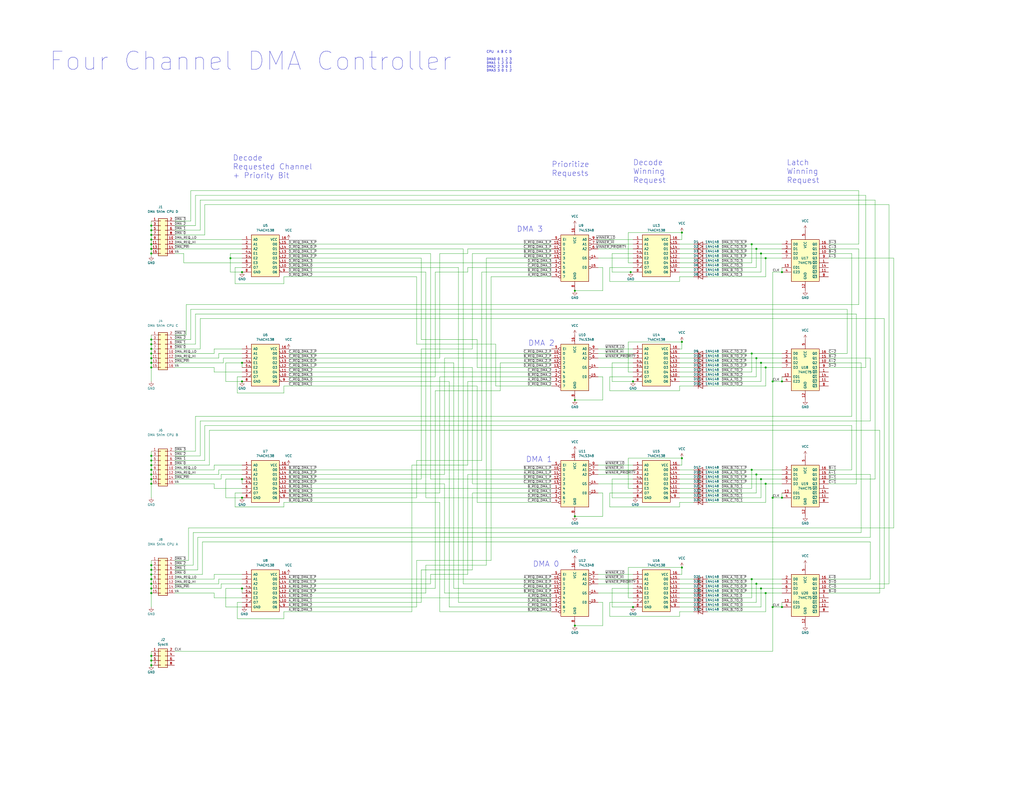
<source format=kicad_sch>
(kicad_sch (version 20230121) (generator eeschema)
  (paper "C")
  (junction (at 82.55 256.54))
  (junction (at 132.08 261.62))
  (junction (at 82.55 195.58))
  (junction (at 313.69 218.44))
  (junction (at 82.55 311.15))
  (junction (at 421.64 208.28))
  (junction (at 410.21 133.35))
  (junction (at 82.55 128.27))
  (junction (at 415.29 321.31))
  (junction (at 412.75 195.58))
  (junction (at 426.72 148.59))
  (junction (at 82.55 193.04))
  (junction (at 82.55 130.81))
  (junction (at 82.55 318.77))
  (junction (at 132.08 208.28))
  (junction (at 132.08 271.78))
  (junction (at 372.11 127))
  (junction (at 345.44 331.47))
  (junction (at 82.55 133.35))
  (junction (at 132.08 198.12))
  (junction (at 415.29 198.12))
  (junction (at 82.55 358.14))
  (junction (at 412.75 135.89))
  (junction (at 82.55 200.66))
  (junction (at 410.21 316.23))
  (junction (at 415.29 138.43))
  (junction (at 125.73 140.97))
  (junction (at 132.08 321.31))
  (junction (at 82.55 308.61))
  (junction (at 421.64 271.78))
  (junction (at 82.55 125.73))
  (junction (at 82.55 123.19))
  (junction (at 82.55 254))
  (junction (at 82.55 185.42))
  (junction (at 372.11 309.88))
  (junction (at 82.55 138.43))
  (junction (at 313.69 281.94))
  (junction (at 82.55 363.22))
  (junction (at 417.83 200.66))
  (junction (at 82.55 190.5))
  (junction (at 82.55 248.92))
  (junction (at 82.55 321.31))
  (junction (at 426.72 331.47))
  (junction (at 82.55 264.16))
  (junction (at 82.55 316.23))
  (junction (at 417.83 264.16))
  (junction (at 132.08 148.59))
  (junction (at 82.55 187.96))
  (junction (at 345.44 208.28))
  (junction (at 417.83 140.97))
  (junction (at 82.55 135.89))
  (junction (at 415.29 261.62))
  (junction (at 82.55 261.62))
  (junction (at 417.83 323.85))
  (junction (at 313.69 158.75))
  (junction (at 421.64 331.47))
  (junction (at 82.55 323.85))
  (junction (at 410.21 193.04))
  (junction (at 82.55 198.12))
  (junction (at 313.69 341.63))
  (junction (at 372.11 250.19))
  (junction (at 426.72 271.78))
  (junction (at 82.55 251.46))
  (junction (at 410.21 256.54))
  (junction (at 372.11 186.69))
  (junction (at 82.55 360.68))
  (junction (at 412.75 318.77))
  (junction (at 82.55 259.08))
  (junction (at 412.75 259.08))
  (junction (at 82.55 313.69))
  (junction (at 344.17 148.59))
  (junction (at 426.72 208.28))
  (wire (pts (xy 267.97 151.13) (xy 300.99 151.13)))
  (wire (pts (xy 95.25 308.61) (xy 105.41 308.61)))
  (wire (pts (xy 452.12 195.58) (xy 474.98 195.58)))
  (wire (pts (xy 106.68 246.38) (xy 106.68 227.33)))
  (wire (pts (xy 370.84 138.43) (xy 378.46 138.43)))
  (wire (pts (xy 255.27 259.08) (xy 255.27 313.69)))
  (wire (pts (xy 326.39 135.89) (xy 345.44 135.89)))
  (wire (pts (xy 119.38 256.54) (xy 119.38 259.08)))
  (wire (pts (xy 334.01 271.78) (xy 345.44 271.78)))
  (wire (pts (xy 421.64 208.28) (xy 421.64 148.59)))
  (wire (pts (xy 469.9 290.83) (xy 469.9 198.12)))
  (wire (pts (xy 410.21 326.39) (xy 410.21 316.23)))
  (wire (pts (xy 132.08 316.23) (xy 119.38 316.23)))
  (wire (pts (xy 240.03 195.58) (xy 240.03 138.43)))
  (wire (pts (xy 326.39 133.35) (xy 345.44 133.35)))
  (wire (pts (xy 234.95 313.69) (xy 234.95 318.77)))
  (wire (pts (xy 100.33 138.43) (xy 100.33 143.51)))
  (wire (pts (xy 345.44 328.93) (xy 332.74 328.93)))
  (wire (pts (xy 370.84 151.13) (xy 370.84 153.67)))
  (wire (pts (xy 452.12 135.89) (xy 468.63 135.89)))
  (wire (pts (xy 82.55 308.61) (xy 82.55 311.15)))
  (wire (pts (xy 116.84 256.54) (xy 116.84 254)))
  (wire (pts (xy 257.81 264.16) (xy 300.99 264.16)))
  (wire (pts (xy 82.55 261.62) (xy 82.55 264.16)))
  (wire (pts (xy 240.03 205.74) (xy 300.99 205.74)))
  (wire (pts (xy 82.55 246.38) (xy 82.55 248.92)))
  (wire (pts (xy 82.55 128.27) (xy 82.55 130.81)))
  (wire (pts (xy 328.93 205.74) (xy 328.93 218.44)))
  (wire (pts (xy 342.9 266.7) (xy 342.9 250.19)))
  (wire (pts (xy 123.19 261.62) (xy 123.19 271.78)))
  (wire (pts (xy 334.01 208.28) (xy 345.44 208.28)))
  (wire (pts (xy 386.08 151.13) (xy 417.83 151.13)))
  (wire (pts (xy 386.08 323.85) (xy 417.83 323.85)))
  (wire (pts (xy 328.93 269.24) (xy 328.93 281.94)))
  (wire (pts (xy 372.11 254) (xy 370.84 254)))
  (wire (pts (xy 102.87 306.07) (xy 102.87 288.29)))
  (wire (pts (xy 332.74 328.93) (xy 332.74 336.55)))
  (wire (pts (xy 417.83 140.97) (xy 426.72 140.97)))
  (wire (pts (xy 157.48 133.35) (xy 300.99 133.35)))
  (wire (pts (xy 370.84 326.39) (xy 378.46 326.39)))
  (wire (pts (xy 328.93 158.75) (xy 313.69 158.75)))
  (wire (pts (xy 468.63 133.35) (xy 468.63 104.14)))
  (wire (pts (xy 464.82 138.43) (xy 452.12 138.43)))
  (wire (pts (xy 82.55 125.73) (xy 82.55 128.27)))
  (wire (pts (xy 452.12 316.23) (xy 474.98 316.23)))
  (wire (pts (xy 107.95 311.15) (xy 95.25 311.15)))
  (wire (pts (xy 157.48 323.85) (xy 232.41 323.85)))
  (wire (pts (xy 370.84 316.23) (xy 378.46 316.23)))
  (wire (pts (xy 332.74 276.86) (xy 370.84 276.86)))
  (wire (pts (xy 386.08 334.01) (xy 417.83 334.01)))
  (wire (pts (xy 157.48 271.78) (xy 227.33 271.78)))
  (wire (pts (xy 119.38 316.23) (xy 119.38 318.77)))
  (wire (pts (xy 128.27 269.24) (xy 132.08 269.24)))
  (wire (pts (xy 227.33 306.07) (xy 267.97 306.07)))
  (wire (pts (xy 119.38 318.77) (xy 95.25 318.77)))
  (wire (pts (xy 157.48 148.59) (xy 232.41 148.59)))
  (wire (pts (xy 242.57 323.85) (xy 300.99 323.85)))
  (wire (pts (xy 328.93 341.63) (xy 313.69 341.63)))
  (wire (pts (xy 345.44 146.05) (xy 332.74 146.05)))
  (wire (pts (xy 345.44 198.12) (xy 334.01 198.12)))
  (wire (pts (xy 82.55 123.19) (xy 82.55 125.73)))
  (wire (pts (xy 82.55 318.77) (xy 82.55 321.31)))
  (wire (pts (xy 257.81 311.15) (xy 257.81 269.24)))
  (wire (pts (xy 157.48 208.28) (xy 245.11 208.28)))
  (wire (pts (xy 116.84 200.66) (xy 95.25 200.66)))
  (wire (pts (xy 120.65 318.77) (xy 132.08 318.77)))
  (wire (pts (xy 132.08 198.12) (xy 132.08 200.66)))
  (wire (pts (xy 129.54 337.82) (xy 154.94 337.82)))
  (wire (pts (xy 417.83 210.82) (xy 417.83 200.66)))
  (wire (pts (xy 372.11 127) (xy 372.11 130.81)))
  (wire (pts (xy 326.39 254) (xy 345.44 254)))
  (wire (pts (xy 386.08 326.39) (xy 410.21 326.39)))
  (wire (pts (xy 370.84 205.74) (xy 378.46 205.74)))
  (wire (pts (xy 157.48 261.62) (xy 229.87 261.62)))
  (wire (pts (xy 485.14 111.76) (xy 111.76 111.76)))
  (wire (pts (xy 95.25 182.88) (xy 101.6 182.88)))
  (wire (pts (xy 104.14 104.14) (xy 468.63 104.14)))
  (wire (pts (xy 410.21 143.51) (xy 410.21 133.35)))
  (wire (pts (xy 232.41 308.61) (xy 265.43 308.61)))
  (wire (pts (xy 129.54 328.93) (xy 129.54 337.82)))
  (wire (pts (xy 421.64 148.59) (xy 426.72 148.59)))
  (wire (pts (xy 386.08 140.97) (xy 417.83 140.97)))
  (wire (pts (xy 250.19 146.05) (xy 250.19 328.93)))
  (wire (pts (xy 95.25 133.35) (xy 132.08 133.35)))
  (wire (pts (xy 109.22 109.22) (xy 109.22 125.73)))
  (wire (pts (xy 415.29 148.59) (xy 415.29 138.43)))
  (wire (pts (xy 106.68 227.33) (xy 464.82 227.33)))
  (wire (pts (xy 332.74 336.55) (xy 370.84 336.55)))
  (wire (pts (xy 452.12 133.35) (xy 468.63 133.35)))
  (wire (pts (xy 242.57 264.16) (xy 242.57 323.85)))
  (wire (pts (xy 119.38 193.04) (xy 119.38 195.58)))
  (wire (pts (xy 415.29 198.12) (xy 426.72 198.12)))
  (wire (pts (xy 372.11 313.69) (xy 370.84 313.69)))
  (wire (pts (xy 386.08 203.2) (xy 410.21 203.2)))
  (wire (pts (xy 334.01 321.31) (xy 334.01 331.47)))
  (wire (pts (xy 102.87 288.29) (xy 487.68 288.29)))
  (wire (pts (xy 477.52 109.22) (xy 477.52 261.62)))
  (wire (pts (xy 240.03 138.43) (xy 255.27 138.43)))
  (wire (pts (xy 342.9 143.51) (xy 342.9 127)))
  (wire (pts (xy 154.94 214.63) (xy 154.94 210.82)))
  (wire (pts (xy 95.25 125.73) (xy 109.22 125.73)))
  (wire (pts (xy 370.84 266.7) (xy 378.46 266.7)))
  (wire (pts (xy 247.65 198.12) (xy 247.65 321.31)))
  (wire (pts (xy 82.55 200.66) (xy 82.55 208.28)))
  (wire (pts (xy 95.25 128.27) (xy 111.76 128.27)))
  (wire (pts (xy 480.06 234.95) (xy 114.3 234.95)))
  (wire (pts (xy 82.55 195.58) (xy 82.55 198.12)))
  (wire (pts (xy 82.55 363.22) (xy 82.55 364.49)))
  (wire (pts (xy 386.08 256.54) (xy 410.21 256.54)))
  (wire (pts (xy 370.84 334.01) (xy 370.84 336.55)))
  (wire (pts (xy 332.74 205.74) (xy 332.74 213.36)))
  (wire (pts (xy 344.17 148.59) (xy 345.44 148.59)))
  (wire (pts (xy 485.14 318.77) (xy 485.14 111.76)))
  (wire (pts (xy 412.75 205.74) (xy 412.75 195.58)))
  (wire (pts (xy 482.6 173.99) (xy 109.22 173.99)))
  (wire (pts (xy 300.99 148.59) (xy 262.89 148.59)))
  (wire (pts (xy 116.84 313.69) (xy 132.08 313.69)))
  (wire (pts (xy 116.84 323.85) (xy 116.84 326.39)))
  (wire (pts (xy 421.64 271.78) (xy 426.72 271.78)))
  (wire (pts (xy 95.25 316.23) (xy 116.84 316.23)))
  (wire (pts (xy 128.27 146.05) (xy 132.08 146.05)))
  (wire (pts (xy 372.11 190.5) (xy 370.84 190.5)))
  (wire (pts (xy 386.08 195.58) (xy 412.75 195.58)))
  (wire (pts (xy 462.28 168.91) (xy 462.28 193.04)))
  (wire (pts (xy 132.08 321.31) (xy 123.19 321.31)))
  (wire (pts (xy 370.84 259.08) (xy 378.46 259.08)))
  (wire (pts (xy 326.39 264.16) (xy 345.44 264.16)))
  (wire (pts (xy 370.84 143.51) (xy 378.46 143.51)))
  (wire (pts (xy 345.44 205.74) (xy 332.74 205.74)))
  (wire (pts (xy 417.83 151.13) (xy 417.83 140.97)))
  (wire (pts (xy 452.12 261.62) (xy 477.52 261.62)))
  (wire (pts (xy 120.65 261.62) (xy 95.25 261.62)))
  (wire (pts (xy 410.21 203.2) (xy 410.21 193.04)))
  (wire (pts (xy 342.9 326.39) (xy 342.9 309.88)))
  (wire (pts (xy 342.9 309.88) (xy 372.11 309.88)))
  (wire (pts (xy 120.65 259.08) (xy 120.65 261.62)))
  (wire (pts (xy 386.08 148.59) (xy 415.29 148.59)))
  (wire (pts (xy 370.84 208.28) (xy 378.46 208.28)))
  (wire (pts (xy 412.75 318.77) (xy 426.72 318.77)))
  (wire (pts (xy 328.93 328.93) (xy 328.93 341.63)))
  (wire (pts (xy 370.84 321.31) (xy 378.46 321.31)))
  (wire (pts (xy 342.9 203.2) (xy 342.9 186.69)))
  (wire (pts (xy 129.54 328.93) (xy 132.08 328.93)))
  (wire (pts (xy 464.82 232.41) (xy 464.82 256.54)))
  (wire (pts (xy 229.87 185.42) (xy 260.35 185.42)))
  (wire (pts (xy 372.11 309.88) (xy 372.11 313.69)))
  (wire (pts (xy 132.08 193.04) (xy 119.38 193.04)))
  (wire (pts (xy 300.99 208.28) (xy 255.27 208.28)))
  (wire (pts (xy 386.08 271.78) (xy 415.29 271.78)))
  (wire (pts (xy 123.19 198.12) (xy 123.19 208.28)))
  (wire (pts (xy 245.11 208.28) (xy 245.11 331.47)))
  (wire (pts (xy 82.55 264.16) (xy 82.55 271.78)))
  (wire (pts (xy 421.64 331.47) (xy 426.72 331.47)))
  (wire (pts (xy 119.38 195.58) (xy 95.25 195.58)))
  (wire (pts (xy 452.12 264.16) (xy 467.36 264.16)))
  (wire (pts (xy 386.08 266.7) (xy 410.21 266.7)))
  (wire (pts (xy 417.83 334.01) (xy 417.83 323.85)))
  (wire (pts (xy 224.79 254) (xy 224.79 334.01)))
  (wire (pts (xy 410.21 133.35) (xy 426.72 133.35)))
  (wire (pts (xy 426.72 271.78) (xy 426.72 269.24)))
  (wire (pts (xy 370.84 210.82) (xy 370.84 213.36)))
  (wire (pts (xy 326.39 256.54) (xy 345.44 256.54)))
  (wire (pts (xy 372.11 186.69) (xy 372.11 190.5)))
  (wire (pts (xy 345.44 203.2) (xy 342.9 203.2)))
  (wire (pts (xy 128.27 269.24) (xy 128.27 276.86)))
  (wire (pts (xy 154.94 276.86) (xy 154.94 274.32)))
  (wire (pts (xy 480.06 323.85) (xy 480.06 234.95)))
  (wire (pts (xy 386.08 269.24) (xy 412.75 269.24)))
  (wire (pts (xy 95.25 130.81) (xy 132.08 130.81)))
  (wire (pts (xy 326.39 146.05) (xy 328.93 146.05)))
  (wire (pts (xy 82.55 323.85) (xy 82.55 331.47)))
  (wire (pts (xy 412.75 328.93) (xy 412.75 318.77)))
  (wire (pts (xy 260.35 200.66) (xy 300.99 200.66)))
  (wire (pts (xy 328.93 146.05) (xy 328.93 158.75)))
  (wire (pts (xy 326.39 200.66) (xy 345.44 200.66)))
  (wire (pts (xy 120.65 321.31) (xy 95.25 321.31)))
  (wire (pts (xy 326.39 316.23) (xy 345.44 316.23)))
  (wire (pts (xy 116.84 254) (xy 132.08 254)))
  (wire (pts (xy 111.76 232.41) (xy 111.76 251.46)))
  (wire (pts (xy 386.08 210.82) (xy 417.83 210.82)))
  (wire (pts (xy 270.51 187.96) (xy 270.51 210.82)))
  (wire (pts (xy 412.75 135.89) (xy 426.72 135.89)))
  (wire (pts (xy 487.68 140.97) (xy 452.12 140.97)))
  (wire (pts (xy 245.11 331.47) (xy 300.99 331.47)))
  (wire (pts (xy 415.29 138.43) (xy 426.72 138.43)))
  (wire (pts (xy 370.84 274.32) (xy 378.46 274.32)))
  (wire (pts (xy 370.84 331.47) (xy 378.46 331.47)))
  (wire (pts (xy 123.19 271.78) (xy 132.08 271.78)))
  (wire (pts (xy 157.48 198.12) (xy 247.65 198.12)))
  (wire (pts (xy 154.94 151.13) (xy 227.33 151.13)))
  (wire (pts (xy 412.75 195.58) (xy 426.72 195.58)))
  (wire (pts (xy 345.44 143.51) (xy 342.9 143.51)))
  (wire (pts (xy 95.25 246.38) (xy 106.68 246.38)))
  (wire (pts (xy 123.19 321.31) (xy 123.19 331.47)))
  (wire (pts (xy 270.51 210.82) (xy 300.99 210.82)))
  (wire (pts (xy 128.27 146.05) (xy 128.27 154.94)))
  (wire (pts (xy 116.84 323.85) (xy 95.25 323.85)))
  (wire (pts (xy 334.01 138.43) (xy 334.01 148.59)))
  (wire (pts (xy 157.48 321.31) (xy 237.49 321.31)))
  (wire (pts (xy 410.21 193.04) (xy 426.72 193.04)))
  (wire (pts (xy 255.27 148.59) (xy 255.27 146.05)))
  (wire (pts (xy 234.95 138.43) (xy 234.95 261.62)))
  (wire (pts (xy 474.98 293.37) (xy 107.95 293.37)))
  (wire (pts (xy 95.25 187.96) (xy 106.68 187.96)))
  (wire (pts (xy 345.44 326.39) (xy 342.9 326.39)))
  (wire (pts (xy 229.87 261.62) (xy 229.87 190.5)))
  (wire (pts (xy 234.95 261.62) (xy 300.99 261.62)))
  (wire (pts (xy 227.33 187.96) (xy 270.51 187.96)))
  (wire (pts (xy 342.9 250.19) (xy 372.11 250.19)))
  (wire (pts (xy 265.43 308.61) (xy 265.43 140.97)))
  (wire (pts (xy 386.08 331.47) (xy 415.29 331.47)))
  (wire (pts (xy 326.39 318.77) (xy 345.44 318.77)))
  (wire (pts (xy 370.84 133.35) (xy 378.46 133.35)))
  (wire (pts (xy 255.27 135.89) (xy 300.99 135.89)))
  (wire (pts (xy 326.39 190.5) (xy 345.44 190.5)))
  (wire (pts (xy 82.55 133.35) (xy 82.55 135.89)))
  (wire (pts (xy 386.08 200.66) (xy 417.83 200.66)))
  (wire (pts (xy 95.25 355.6) (xy 421.64 355.6)))
  (wire (pts (xy 410.21 266.7) (xy 410.21 256.54)))
  (wire (pts (xy 370.84 140.97) (xy 378.46 140.97)))
  (wire (pts (xy 154.94 274.32) (xy 240.03 274.32)))
  (wire (pts (xy 370.84 146.05) (xy 378.46 146.05)))
  (wire (pts (xy 421.64 331.47) (xy 421.64 355.6)))
  (wire (pts (xy 82.55 193.04) (xy 82.55 195.58)))
  (wire (pts (xy 116.84 264.16) (xy 116.84 266.7)))
  (wire (pts (xy 82.55 187.96) (xy 82.55 190.5)))
  (wire (pts (xy 415.29 321.31) (xy 426.72 321.31)))
  (wire (pts (xy 240.03 269.24) (xy 240.03 205.74)))
  (wire (pts (xy 474.98 195.58) (xy 474.98 229.87)))
  (wire (pts (xy 326.39 259.08) (xy 345.44 259.08)))
  (wire (pts (xy 386.08 143.51) (xy 410.21 143.51)))
  (wire (pts (xy 260.35 274.32) (xy 260.35 210.82)))
  (wire (pts (xy 154.94 154.94) (xy 154.94 151.13)))
  (wire (pts (xy 452.12 256.54) (xy 464.82 256.54)))
  (wire (pts (xy 342.9 127) (xy 372.11 127)))
  (wire (pts (xy 417.83 200.66) (xy 426.72 200.66)))
  (wire (pts (xy 109.22 229.87) (xy 109.22 248.92)))
  (wire (pts (xy 82.55 190.5) (xy 82.55 193.04)))
  (wire (pts (xy 116.84 316.23) (xy 116.84 313.69)))
  (wire (pts (xy 417.83 323.85) (xy 426.72 323.85)))
  (wire (pts (xy 250.19 328.93) (xy 300.99 328.93)))
  (wire (pts (xy 109.22 109.22) (xy 477.52 109.22)))
  (wire (pts (xy 157.48 193.04) (xy 300.99 193.04)))
  (wire (pts (xy 326.39 328.93) (xy 328.93 328.93)))
  (wire (pts (xy 109.22 248.92) (xy 95.25 248.92)))
  (wire (pts (xy 116.84 203.2) (xy 132.08 203.2)))
  (wire (pts (xy 95.25 120.65) (xy 104.14 120.65)))
  (wire (pts (xy 232.41 148.59) (xy 232.41 271.78)))
  (wire (pts (xy 154.94 337.82) (xy 154.94 334.01)))
  (wire (pts (xy 132.08 261.62) (xy 132.08 264.16)))
  (wire (pts (xy 386.08 135.89) (xy 412.75 135.89)))
  (wire (pts (xy 229.87 190.5) (xy 257.81 190.5)))
  (wire (pts (xy 114.3 254) (xy 95.25 254)))
  (wire (pts (xy 157.48 200.66) (xy 257.81 200.66)))
  (wire (pts (xy 273.05 213.36) (xy 273.05 198.12)))
  (wire (pts (xy 121.92 198.12) (xy 95.25 198.12)))
  (wire (pts (xy 229.87 311.15) (xy 257.81 311.15)))
  (wire (pts (xy 334.01 148.59) (xy 344.17 148.59)))
  (wire (pts (xy 386.08 198.12) (xy 415.29 198.12)))
  (wire (pts (xy 157.48 205.74) (xy 237.49 205.74)))
  (wire (pts (xy 326.39 140.97) (xy 345.44 140.97)))
  (wire (pts (xy 332.74 269.24) (xy 332.74 276.86)))
  (wire (pts (xy 370.84 334.01) (xy 378.46 334.01)))
  (wire (pts (xy 474.98 295.91) (xy 474.98 316.23)))
  (wire (pts (xy 242.57 259.08) (xy 242.57 195.58)))
  (wire (pts (xy 82.55 259.08) (xy 82.55 261.62)))
  (wire (pts (xy 426.72 331.47) (xy 426.72 328.93)))
  (wire (pts (xy 232.41 308.61) (xy 232.41 323.85)))
  (wire (pts (xy 111.76 251.46) (xy 95.25 251.46)))
  (wire (pts (xy 82.55 182.88) (xy 82.55 185.42)))
  (wire (pts (xy 82.55 256.54) (xy 82.55 259.08)))
  (wire (pts (xy 370.84 203.2) (xy 378.46 203.2)))
  (wire (pts (xy 157.48 256.54) (xy 300.99 256.54)))
  (wire (pts (xy 255.27 146.05) (xy 300.99 146.05)))
  (wire (pts (xy 462.28 193.04) (xy 452.12 193.04)))
  (wire (pts (xy 267.97 151.13) (xy 267.97 306.07)))
  (wire (pts (xy 242.57 195.58) (xy 300.99 195.58)))
  (wire (pts (xy 157.48 316.23) (xy 300.99 316.23)))
  (wire (pts (xy 82.55 311.15) (xy 82.55 313.69)))
  (wire (pts (xy 129.54 214.63) (xy 154.94 214.63)))
  (wire (pts (xy 328.93 281.94) (xy 313.69 281.94)))
  (wire (pts (xy 132.08 256.54) (xy 119.38 256.54)))
  (wire (pts (xy 386.08 146.05) (xy 412.75 146.05)))
  (wire (pts (xy 326.39 130.81) (xy 345.44 130.81)))
  (wire (pts (xy 252.73 135.89) (xy 252.73 318.77)))
  (wire (pts (xy 121.92 195.58) (xy 132.08 195.58)))
  (wire (pts (xy 111.76 232.41) (xy 464.82 232.41)))
  (wire (pts (xy 114.3 234.95) (xy 114.3 254)))
  (wire (pts (xy 157.48 146.05) (xy 250.19 146.05)))
  (wire (pts (xy 116.84 264.16) (xy 95.25 264.16)))
  (wire (pts (xy 132.08 321.31) (xy 132.08 323.85)))
  (wire (pts (xy 157.48 135.89) (xy 252.73 135.89)))
  (wire (pts (xy 345.44 261.62) (xy 334.01 261.62)))
  (wire (pts (xy 101.6 182.88) (xy 101.6 166.37)))
  (wire (pts (xy 370.84 328.93) (xy 378.46 328.93)))
  (wire (pts (xy 95.25 193.04) (xy 116.84 193.04)))
  (wire (pts (xy 95.25 256.54) (xy 116.84 256.54)))
  (wire (pts (xy 452.12 259.08) (xy 474.98 259.08)))
  (wire (pts (xy 257.81 138.43) (xy 300.99 138.43)))
  (wire (pts (xy 386.08 264.16) (xy 417.83 264.16)))
  (wire (pts (xy 386.08 138.43) (xy 415.29 138.43)))
  (wire (pts (xy 157.48 143.51) (xy 300.99 143.51)))
  (wire (pts (xy 412.75 259.08) (xy 426.72 259.08)))
  (wire (pts (xy 467.36 264.16) (xy 467.36 171.45)))
  (wire (pts (xy 372.11 250.19) (xy 372.11 254)))
  (wire (pts (xy 386.08 274.32) (xy 417.83 274.32)))
  (wire (pts (xy 227.33 331.47) (xy 157.48 331.47)))
  (wire (pts (xy 104.14 168.91) (xy 104.14 185.42)))
  (wire (pts (xy 237.49 148.59) (xy 255.27 148.59)))
  (wire (pts (xy 412.75 146.05) (xy 412.75 135.89)))
  (wire (pts (xy 326.39 193.04) (xy 345.44 193.04)))
  (wire (pts (xy 257.81 138.43) (xy 257.81 190.5)))
  (wire (pts (xy 157.48 266.7) (xy 300.99 266.7)))
  (wire (pts (xy 105.41 290.83) (xy 469.9 290.83)))
  (wire (pts (xy 116.84 326.39) (xy 132.08 326.39)))
  (wire (pts (xy 415.29 261.62) (xy 426.72 261.62)))
  (wire (pts (xy 262.89 148.59) (xy 262.89 251.46)))
  (wire (pts (xy 257.81 269.24) (xy 300.99 269.24)))
  (wire (pts (xy 415.29 271.78) (xy 415.29 261.62)))
  (wire (pts (xy 255.27 313.69) (xy 234.95 313.69)))
  (wire (pts (xy 345.44 269.24) (xy 332.74 269.24)))
  (wire (pts (xy 370.84 198.12) (xy 378.46 198.12)))
  (wire (pts (xy 229.87 140.97) (xy 229.87 185.42)))
  (wire (pts (xy 157.48 195.58) (xy 240.03 195.58)))
  (wire (pts (xy 125.73 140.97) (xy 125.73 148.59)))
  (wire (pts (xy 386.08 321.31) (xy 415.29 321.31)))
  (wire (pts (xy 370.84 151.13) (xy 378.46 151.13)))
  (wire (pts (xy 326.39 269.24) (xy 328.93 269.24)))
  (wire (pts (xy 334.01 261.62) (xy 334.01 271.78)))
  (wire (pts (xy 82.55 198.12) (xy 82.55 200.66)))
  (wire (pts (xy 119.38 259.08) (xy 95.25 259.08)))
  (wire (pts (xy 82.55 355.6) (xy 82.55 358.14)))
  (wire (pts (xy 386.08 328.93) (xy 412.75 328.93)))
  (wire (pts (xy 464.82 227.33) (xy 464.82 138.43)))
  (wire (pts (xy 82.55 251.46) (xy 82.55 254)))
  (wire (pts (xy 237.49 321.31) (xy 237.49 213.36)))
  (wire (pts (xy 237.49 213.36) (xy 273.05 213.36)))
  (wire (pts (xy 410.21 256.54) (xy 426.72 256.54)))
  (wire (pts (xy 326.39 205.74) (xy 328.93 205.74)))
  (wire (pts (xy 101.6 166.37) (xy 468.63 166.37)))
  (wire (pts (xy 234.95 318.77) (xy 157.48 318.77)))
  (wire (pts (xy 452.12 321.31) (xy 482.6 321.31)))
  (wire (pts (xy 452.12 200.66) (xy 472.44 200.66)))
  (wire (pts (xy 345.44 138.43) (xy 334.01 138.43)))
  (wire (pts (xy 300.99 274.32) (xy 260.35 274.32)))
  (wire (pts (xy 129.54 205.74) (xy 132.08 205.74)))
  (wire (pts (xy 370.84 274.32) (xy 370.84 276.86)))
  (wire (pts (xy 410.21 316.23) (xy 426.72 316.23)))
  (wire (pts (xy 386.08 259.08) (xy 412.75 259.08)))
  (wire (pts (xy 370.84 193.04) (xy 378.46 193.04)))
  (wire (pts (xy 482.6 321.31) (xy 482.6 173.99)))
  (wire (pts (xy 125.73 138.43) (xy 125.73 140.97)))
  (wire (pts (xy 116.84 266.7) (xy 132.08 266.7)))
  (wire (pts (xy 227.33 331.47) (xy 227.33 306.07)))
  (wire (pts (xy 326.39 313.69) (xy 345.44 313.69)))
  (wire (pts (xy 110.49 313.69) (xy 95.25 313.69)))
  (wire (pts (xy 154.94 210.82) (xy 260.35 210.82)))
  (wire (pts (xy 370.84 148.59) (xy 378.46 148.59)))
  (wire (pts (xy 82.55 254) (xy 82.55 256.54)))
  (wire (pts (xy 110.49 295.91) (xy 110.49 313.69)))
  (wire (pts (xy 370.84 318.77) (xy 378.46 318.77)))
  (wire (pts (xy 370.84 200.66) (xy 378.46 200.66)))
  (wire (pts (xy 106.68 171.45) (xy 467.36 171.45)))
  (wire (pts (xy 123.19 331.47) (xy 132.08 331.47)))
  (wire (pts (xy 107.95 293.37) (xy 107.95 311.15)))
  (wire (pts (xy 468.63 135.89) (xy 468.63 166.37)))
  (wire (pts (xy 332.74 153.67) (xy 370.84 153.67)))
  (wire (pts (xy 95.25 135.89) (xy 132.08 135.89)))
  (wire (pts (xy 370.84 261.62) (xy 378.46 261.62)))
  (wire (pts (xy 255.27 208.28) (xy 255.27 254)))
  (wire (pts (xy 370.84 323.85) (xy 378.46 323.85)))
  (wire (pts (xy 417.83 274.32) (xy 417.83 264.16)))
  (wire (pts (xy 326.39 323.85) (xy 345.44 323.85)))
  (wire (pts (xy 82.55 360.68) (xy 82.55 363.22)))
  (wire (pts (xy 110.49 295.91) (xy 474.98 295.91)))
  (wire (pts (xy 105.41 308.61) (xy 105.41 290.83)))
  (wire (pts (xy 421.64 208.28) (xy 421.64 271.78)))
  (wire (pts (xy 129.54 205.74) (xy 129.54 214.63)))
  (wire (pts (xy 342.9 186.69) (xy 372.11 186.69)))
  (wire (pts (xy 370.84 269.24) (xy 378.46 269.24)))
  (wire (pts (xy 106.68 106.68) (xy 472.44 106.68)))
  (wire (pts (xy 120.65 318.77) (xy 120.65 321.31)))
  (wire (pts (xy 132.08 261.62) (xy 123.19 261.62)))
  (wire (pts (xy 474.98 229.87) (xy 109.22 229.87)))
  (wire (pts (xy 326.39 195.58) (xy 345.44 195.58)))
  (wire (pts (xy 157.48 328.93) (xy 229.87 328.93)))
  (wire (pts (xy 452.12 323.85) (xy 480.06 323.85)))
  (wire (pts (xy 421.64 271.78) (xy 421.64 331.47)))
  (wire (pts (xy 116.84 190.5) (xy 132.08 190.5)))
  (wire (pts (xy 82.55 321.31) (xy 82.55 323.85)))
  (wire (pts (xy 370.84 271.78) (xy 378.46 271.78)))
  (wire (pts (xy 332.74 146.05) (xy 332.74 153.67)))
  (wire (pts (xy 132.08 138.43) (xy 125.73 138.43)))
  (wire (pts (xy 157.48 259.08) (xy 242.57 259.08)))
  (wire (pts (xy 240.03 274.32) (xy 240.03 334.01)))
  (wire (pts (xy 157.48 140.97) (xy 229.87 140.97)))
  (wire (pts (xy 123.19 208.28) (xy 132.08 208.28)))
  (wire (pts (xy 157.48 203.2) (xy 300.99 203.2)))
  (wire (pts (xy 227.33 187.96) (xy 227.33 151.13)))
  (wire (pts (xy 104.14 168.91) (xy 462.28 168.91)))
  (wire (pts (xy 452.12 198.12) (xy 469.9 198.12)))
  (wire (pts (xy 252.73 318.77) (xy 300.99 318.77)))
  (wire (pts (xy 386.08 208.28) (xy 415.29 208.28)))
  (wire (pts (xy 116.84 193.04) (xy 116.84 190.5)))
  (wire (pts (xy 273.05 198.12) (xy 300.99 198.12)))
  (wire (pts (xy 227.33 251.46) (xy 227.33 271.78)))
  (wire (pts (xy 128.27 154.94) (xy 154.94 154.94)))
  (wire (pts (xy 472.44 106.68) (xy 472.44 200.66)))
  (wire (pts (xy 255.27 138.43) (xy 255.27 135.89)))
  (wire (pts (xy 386.08 318.77) (xy 412.75 318.77)))
  (wire (pts (xy 120.65 259.08) (xy 132.08 259.08)))
  (wire (pts (xy 95.25 306.07) (xy 102.87 306.07)))
  (wire (pts (xy 125.73 148.59) (xy 132.08 148.59)))
  (wire (pts (xy 95.25 185.42) (xy 104.14 185.42)))
  (wire (pts (xy 334.01 331.47) (xy 345.44 331.47)))
  (wire (pts (xy 95.25 123.19) (xy 106.68 123.19)))
  (wire (pts (xy 240.03 334.01) (xy 300.99 334.01)))
  (wire (pts (xy 247.65 321.31) (xy 300.99 321.31)))
  (wire (pts (xy 370.84 135.89) (xy 378.46 135.89)))
  (wire (pts (xy 345.44 321.31) (xy 334.01 321.31)))
  (wire (pts (xy 82.55 120.65) (xy 82.55 123.19)))
  (wire (pts (xy 313.69 218.44) (xy 328.93 218.44)))
  (wire (pts (xy 109.22 173.99) (xy 109.22 190.5)))
  (wire (pts (xy 452.12 318.77) (xy 485.14 318.77)))
  (wire (pts (xy 100.33 143.51) (xy 132.08 143.51)))
  (wire (pts (xy 111.76 111.76) (xy 111.76 128.27)))
  (wire (pts (xy 426.72 148.59) (xy 426.72 146.05)))
  (wire (pts (xy 116.84 200.66) (xy 116.84 203.2)))
  (wire (pts (xy 237.49 205.74) (xy 237.49 148.59)))
  (wire (pts (xy 82.55 135.89) (xy 82.55 138.43)))
  (wire (pts (xy 128.27 276.86) (xy 154.94 276.86)))
  (wire (pts (xy 132.08 140.97) (xy 125.73 140.97)))
  (wire (pts (xy 82.55 185.42) (xy 82.55 187.96)))
  (wire (pts (xy 255.27 254) (xy 224.79 254)))
  (wire (pts (xy 82.55 306.07) (xy 82.55 308.61)))
  (wire (pts (xy 109.22 190.5) (xy 95.25 190.5)))
  (wire (pts (xy 82.55 358.14) (xy 82.55 360.68)))
  (wire (pts (xy 157.48 138.43) (xy 234.95 138.43)))
  (wire (pts (xy 232.41 271.78) (xy 300.99 271.78)))
  (wire (pts (xy 82.55 316.23) (xy 82.55 318.77)))
  (wire (pts (xy 372.11 130.81) (xy 370.84 130.81)))
  (wire (pts (xy 386.08 133.35) (xy 410.21 133.35)))
  (wire (pts (xy 121.92 195.58) (xy 121.92 198.12)))
  (wire (pts (xy 132.08 198.12) (xy 123.19 198.12)))
  (wire (pts (xy 82.55 130.81) (xy 82.55 133.35)))
  (wire (pts (xy 386.08 205.74) (xy 412.75 205.74)))
  (wire (pts (xy 415.29 331.47) (xy 415.29 321.31)))
  (wire (pts (xy 157.48 264.16) (xy 242.57 264.16)))
  (wire (pts (xy 417.83 264.16) (xy 426.72 264.16)))
  (wire (pts (xy 415.29 208.28) (xy 415.29 198.12)))
  (wire (pts (xy 229.87 328.93) (xy 229.87 311.15)))
  (wire (pts (xy 106.68 123.19) (xy 106.68 106.68)))
  (wire (pts (xy 82.55 248.92) (xy 82.55 251.46)))
  (wire (pts (xy 386.08 261.62) (xy 415.29 261.62)))
  (wire (pts (xy 334.01 198.12) (xy 334.01 208.28)))
  (wire (pts (xy 345.44 266.7) (xy 342.9 266.7)))
  (wire (pts (xy 474.98 259.08) (xy 474.98 293.37)))
  (wire (pts (xy 154.94 334.01) (xy 224.79 334.01)))
  (wire (pts (xy 100.33 138.43) (xy 95.25 138.43)))
  (wire (pts (xy 265.43 140.97) (xy 300.99 140.97)))
  (wire (pts (xy 370.84 210.82) (xy 378.46 210.82)))
  (wire (pts (xy 487.68 288.29) (xy 487.68 140.97)))
  (wire (pts (xy 106.68 171.45) (xy 106.68 187.96)))
  (wire (pts (xy 370.84 195.58) (xy 378.46 195.58)))
  (wire (pts (xy 104.14 104.14) (xy 104.14 120.65)))
  (wire (pts (xy 300.99 259.08) (xy 255.27 259.08)))
  (wire (pts (xy 370.84 256.54) (xy 378.46 256.54)))
  (wire (pts (xy 257.81 200.66) (xy 257.81 264.16)))
  (wire (pts (xy 82.55 313.69) (xy 82.55 316.23)))
  (wire (pts (xy 386.08 316.23) (xy 410.21 316.23)))
  (wire (pts (xy 412.75 269.24) (xy 412.75 259.08)))
  (wire (pts (xy 370.84 264.16) (xy 378.46 264.16)))
  (wire (pts (xy 426.72 208.28) (xy 426.72 205.74)))
  (wire (pts (xy 332.74 213.36) (xy 370.84 213.36)))
  (wire (pts (xy 421.64 208.28) (xy 426.72 208.28)))
  (wire (pts (xy 260.35 185.42) (xy 260.35 200.66)))
  (wire (pts (xy 82.55 138.43) (xy 82.55 139.7)))
  (wire (pts (xy 157.48 269.24) (xy 240.03 269.24)))
  (wire (pts (xy 157.48 326.39) (xy 300.99 326.39)))
  (wire (pts (xy 386.08 193.04) (xy 410.21 193.04)))
  (wire (pts (xy 262.89 251.46) (xy 227.33 251.46)))
  (text "CPU  A B C D\n\nDMA0 0 1 2 3\nDMA1 1 2 3 0\nDMA2 2 3 0 1\nDMA3 3 0 1 2\n" (at 265.43 39.37 0) (effects (font (size 1.27 1.27)) (justify left bottom)))
  (text "Latch\nWinning\nRequest" (at 429.26 100.33 0) (effects (font (size 3 3)) (justify left bottom)))
  (text "Decode\nWinning\nRequest" (at 345.44 100.33 0) (effects (font (size 3 3)) (justify left bottom)))
  (text "DMA 1" (at 287.02 252.73 0) (effects (font (size 3 3)) (justify left bottom)))
  (text "DMA 2" (at 288.29 189.23 0) (effects (font (size 3 3)) (justify left bottom)))
  (text "Prioritize\nRequests" (at 300.99 96.52 0) (effects (font (size 3 3)) (justify left bottom)))
  (text "Decode\nRequested Channel\n+ Priority Bit" (at 127 97.79 0) (effects (font (size 3 3)) (justify left bottom)))
  (text "DMA 0" (at 290.83 309.88 0) (effects (font (size 3 3)) (justify left bottom)))
  (text "Four Channel DMA Controller" (at 26.67 39.37 0) (effects (font (size 10 10)) (justify left bottom)))
  (text "DMA 3" (at 281.94 127 0) (effects (font (size 3 3)) (justify left bottom)))
  (label "~{DMA_B_TO_1_P}" (at 393.7 256.54 0))
  (label "CLK" (at 421.64 148.59 0))
  (label "~{A-0}" (at 452.12 316.23 0))
  (label "~{DMA_A_TO_0_P}" (at 393.7 316.23 0))
  (label "~{WINNER_PRIORITY}" (at 325.12 135.89 0))
  (label "~{C_REQ_DMA_2_P}" (at 157.48 193.04 0))
  (label "~{WINNER_LO}" (at 325.12 130.81 0))
  (label "~{D_REQ_DMA_3_P}" (at 157.48 133.35 0))
  (label "~{A-1}" (at 452.12 259.08 0))
  (label "~{DMA_A_TO_0}" (at 393.7 326.39 0))
  (label "~{A_REQ_DMA_3}" (at 157.48 334.01 0))
  (label "~{DMA 3}" (at 95.25 246.38 0))
  (label "DMA_REQ_HI" (at 95.25 133.35 0))
  (label "~{C_REQ_DMA_3_P}" (at 300.99 135.89 180))
  (label "~{DMA_C_TO_3}" (at 393.7 146.05 0))
  (label "~{DMA_A_TO_1}" (at 393.7 269.24 0))
  (label "~{WINNER_HI}" (at 325.12 133.35 0))
  (label "~{DMA_B_TO_0_P}" (at 393.7 323.85 0))
  (label "~{DMA 3}" (at 95.25 306.07 0))
  (label "~{D_REQ_DMA_3}" (at 157.48 143.51 0))
  (label "~{A_REQ_DMA_1_P}" (at 157.48 318.77 0))
  (label "~{DMA 0}" (at 95.25 254 0))
  (label "~{A_REQ_DMA_0}" (at 157.48 326.39 0))
  (label "~{WINNER_PRIORITY}" (at 330.2 318.77 0))
  (label "~{DMA_PRI}" (at 95.25 198.12 0))
  (label "~{D-3}" (at 452.12 133.35 0))
  (label "~{C_REQ_DMA_3}" (at 300.99 146.05 180))
  (label "~{B_REQ_DMA_0_P}" (at 300.99 323.85 180))
  (label "~{B_REQ_DMA_2}" (at 157.48 269.24 0))
  (label "~{DMA_D_TO_0}" (at 393.7 328.93 0))
  (label "~{D_REQ_DMA_0_P}" (at 157.48 135.89 0))
  (label "~{B-2}" (at 452.12 195.58 0))
  (label "~{A-3}" (at 452.12 140.97 0))
  (label "~{DMA_C_TO_2_P}" (at 393.7 193.04 0))
  (label "~{DMA_C_TO_1_P}" (at 393.7 264.16 0))
  (label "~{WINNER_LO}" (at 330.2 254 0))
  (label "~{DMA_D_TO_1}" (at 393.7 271.78 0))
  (label "~{D-0}" (at 452.12 318.77 0))
  (label "VA" (at 95.25 138.43 0))
  (label "~{DMA_D_TO_2_P}" (at 393.7 200.66 0))
  (label "~{DMA 0}" (at 95.25 128.27 0))
  (label "VA" (at 95.25 200.66 0))
  (label "~{DMA 2}" (at 95.25 185.42 0))
  (label "~{C_REQ_DMA_1_P}" (at 157.48 200.66 0))
  (label "DMA_REQ_LO" (at 95.25 193.04 0))
  (label "CLK" (at 421.64 271.78 0))
  (label "~{B_REQ_DMA_3}" (at 157.48 271.78 0))
  (label "~{A_REQ_DMA_1_P}" (at 300.99 259.08 180))
  (label "~{WINNER_HI}" (at 330.2 193.04 0))
  (label "~{DMA_B_TO_2}" (at 393.7 205.74 0))
  (label "~{A_REQ_DMA_0_P}" (at 300.99 316.23 180))
  (label "~{DMA_B_TO_1}" (at 393.7 266.7 0))
  (label "~{C-2}" (at 452.12 193.04 0))
  (label "~{A_REQ_DMA_2}" (at 300.99 208.28 180))
  (label "~{WINNER_PRIORITY}" (at 330.2 195.58 0))
  (label "~{DMA_D_TO_0_P}" (at 393.7 318.77 0))
  (label "~{DMA 3}" (at 95.25 120.65 0))
  (label "~{D-1}" (at 452.12 261.62 0))
  (label "~{C_REQ_DMA_2_P}" (at 300.99 193.04 180))
  (label "~{B-1}" (at 452.12 256.54 0))
  (label "~{DMA_A_TO_3}" (at 393.7 151.13 0))
  (label "~{C_REQ_DMA_0_P}" (at 157.48 198.12 0))
  (label "DMA_REQ_LO" (at 95.25 130.81 0))
  (label "~{D_REQ_DMA_2_P}" (at 300.99 200.66 180))
  (label "~{C_REQ_DMA_1}" (at 157.48 210.82 0))
  (label "~{B-3}" (at 452.12 138.43 0))
  (label "~{DMA_A_TO_3_P}" (at 393.7 140.97 0))
  (label "~{C_REQ_DMA_0}" (at 157.48 208.28 0))
  (label "~{DMA_B_TO_3}" (at 393.7 148.59 0))
  (label "~{WINNER_HI}" (at 330.2 256.54 0))
  (label "~{D_REQ_DMA_1}" (at 300.99 271.78 180))
  (label "~{B_REQ_DMA_1_P}" (at 157.48 256.54 0))
  (label "DMA_REQ_HI" (at 95.25 318.77 0))
  (label "~{DMA 2}" (at 95.25 248.92 0))
  (label "~{WINNER_LO}" (at 330.2 190.5 0))
  (label "~{DMA_C_TO_0}" (at 393.7 331.47 0))
  (label "~{DMA 1}" (at 95.25 251.46 0))
  (label "~{WINNER_LO}" (at 330.2 313.69 0))
  (label "~{B_REQ_DMA_3_P}" (at 157.48 261.62 0))
  (label "~{A_REQ_DMA_1}" (at 157.48 328.93 0))
  (label "~{DMA_B_TO_3_P}" (at 393.7 138.43 0))
  (label "~{B-0}" (at 452.12 323.85 0))
  (label "~{DMA_D_TO_3}" (at 393.7 143.51 0))
  (label "~{B_REQ_DMA_0}" (at 300.99 334.01 180))
  (label "~{DMA_A_TO_2_P}" (at 393.7 198.12 0))
  (label "~{D_REQ_DMA_2}" (at 300.99 210.82 180))
  (label "~{DMA_D_TO_1_P}" (at 393.7 261.62 0))
  (label "~{C-3}" (at 452.12 135.89 0))
  (label "~{DMA 0}" (at 95.25 313.69 0))
  (label "~{B_REQ_DMA_1}" (at 157.48 266.7 0))
  (label "~{A_REQ_DMA_3}" (at 300.99 151.13 180))
  (label "~{DMA 3}" (at 95.25 182.88 0))
  (label "~{C-1}" (at 452.12 264.16 0))
  (label "~{D_REQ_DMA_0}" (at 157.48 146.05 0))
  (label "~{A_REQ_DMA_2_P}" (at 300.99 198.12 180))
  (label "~{DMA 2}" (at 95.25 123.19 0))
  (label "~{B_REQ_DMA_3}" (at 300.99 148.59 180))
  (label "~{B_REQ_DMA_0}" (at 157.48 274.32 0))
  (label "~{A_REQ_DMA_2}" (at 157.48 331.47 0))
  (label "~{DMA 1}" (at 95.25 311.15 0))
  (label "~{D_REQ_DMA_2_P}" (at 157.48 140.97 0))
  (label "~{A-2}" (at 452.12 198.12 0))
  (label "~{B_REQ_DMA_0_P}" (at 157.48 264.16 0))
  (label "~{C_REQ_DMA_1_P}" (at 300.99 264.16 180))
  (label "~{DMA_D_TO_2}" (at 393.7 210.82 0))
  (label "~{DMA_B_TO_0}" (at 393.7 334.01 0))
  (label "~{B_REQ_DMA_2_P}" (at 157.48 259.08 0))
  (label "~{DMA_D_TO_3_P}" (at 393.7 133.35 0))
  (label "~{C_REQ_DMA_1}" (at 300.99 274.32 180))
  (label "~{DMA_A_TO_1_P}" (at 393.7 259.08 0))
  (label "~{A_REQ_DMA_1}" (at 300.99 269.24 180))
  (label "~{A_REQ_DMA_0_P}" (at 157.48 316.23 0))
  (label "~{A_REQ_DMA_3_P}" (at 300.99 140.97 180))
  (label "~{DMA 1}" (at 95.25 125.73 0))
  (label "CLK" (at 421.64 331.47 0))
  (label "~{DMA_PRI}" (at 95.25 261.62 0))
  (label "~{B_REQ_DMA_1}" (at 300.99 266.7 180))
  (label "~{WINNER_PRIORITY}" (at 330.2 259.08 0))
  (label "~{C-0}" (at 452.12 321.31 0))
  (label "~{B_REQ_DMA_3_P}" (at 300.99 138.43 180))
  (label "~{DMA_A_TO_2}" (at 393.7 208.28 0))
  (label "~{C_REQ_DMA_2}" (at 157.48 203.2 0))
  (label "~{WINNER_HI}" (at 330.2 316.23 0))
  (label "~{C_REQ_DMA_0_P}" (at 300.99 321.31 180))
  (label "~{B_REQ_DMA_2_P}" (at 300.99 195.58 180))
  (label "~{DMA_C_TO_3_P}" (at 393.7 135.89 0))
  (label "~{DMA_C_TO_2}" (at 393.7 203.2 0))
  (label "~{DMA 1}" (at 95.25 187.96 0))
  (label "~{DMA 0}" (at 95.25 190.5 0))
  (label "~{A_REQ_DMA_3_P}" (at 157.48 323.85 0))
  (label "~{DMA_PRI}" (at 95.25 135.89 0))
  (label "~{D_REQ_DMA_1}" (at 157.48 148.59 0))
  (label "DMA_REQ_HI" (at 95.25 195.58 0))
  (label "~{DMA_B_TO_2_P}" (at 393.7 195.58 0))
  (label "~{C_REQ_DMA_2}" (at 300.99 203.2 180))
  (label "VA" (at 95.25 264.16 0))
  (label "~{C_REQ_DMA_3_P}" (at 157.48 195.58 0))
  (label "~{DMA_C_TO_0_P}" (at 393.7 321.31 0))
  (label "VA" (at 95.25 323.85 0))
  (label "~{C_REQ_DMA_3}" (at 157.48 205.74 0))
  (label "CLK" (at 421.64 208.28 0))
  (label "~{D_REQ_DMA_1_P}" (at 157.48 138.43 0))
  (label "~{D_REQ_DMA_0_P}" (at 300.99 318.77 180))
  (label "~{B_REQ_DMA_1_P}" (at 300.99 256.54 180))
  (label "~{D_REQ_DMA_2}" (at 157.48 151.13 0))
  (label "CLK" (at 95.25 355.6 0))
  (label "~{D_REQ_DMA_1_P}" (at 300.99 261.62 180))
  (label "~{A_REQ_DMA_2_P}" (at 157.48 321.31 0))
  (label "~{DMA_PRI}" (at 95.25 321.31 0))
  (label "DMA_REQ_HI" (at 95.25 259.08 0))
  (label "~{DMA 2}" (at 95.25 308.61 0))
  (label "~{D_REQ_DMA_3_P}" (at 300.99 133.35 180))
  (label "DMA_REQ_LO" (at 95.25 256.54 0))
  (label "~{D-2}" (at 452.12 200.66 0))
  (label "~{A_REQ_DMA_0}" (at 300.99 326.39 180))
  (label "DMA_REQ_LO" (at 95.25 316.23 0))
  (label "~{B_REQ_DMA_2}" (at 300.99 205.74 180))
  (label "~{D_REQ_DMA_3}" (at 300.99 143.51 180))
  (label "~{C_REQ_DMA_0}" (at 300.99 331.47 180))
  (label "~{DMA_C_TO_1}" (at 393.7 274.32 0))
  (label "~{D_REQ_DMA_0}" (at 300.99 328.93 180))
  (symbol (lib_id "Diode:1N4148") (at 382.27 195.58 0) (mirror x) (unit 1)
    (property "Reference" "D10" (at 378.4599 194.31 0) (effects (justify left)))
    (property "Value" "1N4148" (at 384.8099 194.31 0) (effects (justify left)))
    (property "Footprint" "Diode_THT:D_DO-35_SOD27_P7.62mm_Horizontal" (effects hide))
    (property "Datasheet" "https://assets.nexperia.com/documents/data-sheet/1N4148_1N4448.pdf" (effects hide))
  )
  (symbol (lib_name "74LS75_1") (lib_id "74xx:74LS75") (at 439.42 323.85 0) (unit 1)
    (property "Reference" "U20" (at 439.1914 323.85 0))
    (property "Value" "74HC75" (at 439.1914 326.39 0))
    (property "Datasheet" "https://www.ti.com/lit/ds/symlink/cd74hc75.pdf" (effects hide))
  )
  (symbol (lib_id "Vega816:Conn_02x08_Odd_Even") (at 88.9 128.27 0) (mirror y) (unit 1)
    (property "Reference" "J1" (at 87.63 113.03 0))
    (property "Value" "DMA Shim CPU D" (at 88.9 115.57 0))
    (property "Footprint" "Connector_PinHeader_2.54mm:PinHeader_2x08_P2.54mm_Vertical" (effects hide))
  )
  (symbol (lib_id "Vega816:74ACH138") (at 144.78 198.12 0) (unit 1)
    (property "Reference" "U6" (at 144.78 182.88 0))
    (property "Value" "74ACH138" (at 144.78 185.42 0))
    (property "Datasheet" "https://www.ti.com/lit/ds/symlink/cd4066b.pdf" (effects hide))
  )
  (symbol (lib_id "power:GND") (at 82.55 331.47 0) (unit 1)
    (property "Reference" "#PWR04" (effects hide))
    (property "Value" "GND" (at 82.55 335.28 0))
  )
  (symbol (lib_id "power:GND") (at 82.55 271.78 0) (unit 1)
    (property "Reference" "#PWR03" (effects hide))
    (property "Value" "GND" (at 82.55 275.59 0))
  )
  (symbol (lib_id "Vega816:74ACH138") (at 358.14 138.43 0) (unit 1)
    (property "Reference" "U13" (at 358.14 123.19 0))
    (property "Value" "74ACH138" (at 358.14 125.73 0))
    (property "Datasheet" "https://www.ti.com/lit/ds/symlink/cd4066b.pdf" (effects hide))
  )
  (symbol (lib_id "power:GND") (at 346.71 271.78 0) (unit 1)
    (property "Reference" "#PWR024" (effects hide))
    (property "Value" "GND" (at 346.71 275.59 0))
  )
  (symbol (lib_id "Vega816:74ACH138") (at 144.78 138.43 0) (unit 1)
    (property "Reference" "U5" (at 144.78 123.19 0))
    (property "Value" "74ACH138" (at 144.78 125.73 0))
    (property "Datasheet" "https://www.ti.com/lit/ds/symlink/cd4066b.pdf" (effects hide))
  )
  (symbol (lib_id "power:VCC") (at 157.48 313.69 0) (unit 1)
    (property "Reference" "#PWR012" (effects hide))
    (property "Value" "VCC" (at 157.48 308.61 0))
  )
  (symbol (lib_id "power:VCC") (at 439.42 185.42 0) (unit 1)
    (property "Reference" "#PWR031" (effects hide))
    (property "Value" "VCC" (at 439.42 180.34 0))
  )
  (symbol (lib_id "power:GND") (at 132.08 208.28 0) (unit 1)
    (property "Reference" "#PWR06" (effects hide))
    (property "Value" "GND" (at 132.08 212.09 0))
  )
  (symbol (lib_id "power:GND") (at 82.55 139.7 0) (unit 1)
    (property "Reference" "#PWR01" (effects hide))
    (property "Value" "GND" (at 82.55 143.51 0))
  )
  (symbol (lib_id "power:VCC") (at 313.69 306.07 0) (unit 1)
    (property "Reference" "#PWR019" (effects hide))
    (property "Value" "VCC" (at 313.69 300.99 0))
  )
  (symbol (lib_id "Diode:1N4148") (at 382.27 261.62 0) (mirror x) (unit 1)
    (property "Reference" "D19" (at 378.4599 260.35 0) (effects (justify left)))
    (property "Value" "1N4148" (at 384.8099 260.35 0) (effects (justify left)))
    (property "Footprint" "Diode_THT:D_DO-35_SOD27_P7.62mm_Horizontal" (effects hide))
    (property "Datasheet" "https://assets.nexperia.com/documents/data-sheet/1N4148_1N4448.pdf" (effects hide))
  )
  (symbol (lib_id "Vega816:74ACH138") (at 358.14 321.31 0) (unit 1)
    (property "Reference" "U16" (at 358.14 306.07 0))
    (property "Value" "74ACH138" (at 358.14 308.61 0))
    (property "Datasheet" "https://www.ti.com/lit/ds/symlink/cd4066b.pdf" (effects hide))
  )
  (symbol (lib_id "power:GND") (at 82.55 363.22 0) (unit 1)
    (property "Reference" "#PWR037" (effects hide))
    (property "Value" "GND" (at 82.55 367.03 0))
  )
  (symbol (lib_id "power:GND") (at 82.55 208.28 0) (unit 1)
    (property "Reference" "#PWR02" (effects hide))
    (property "Value" "GND" (at 82.55 212.09 0))
  )
  (symbol (lib_id "power:GND") (at 439.42 281.94 0) (unit 1)
    (property "Reference" "#PWR034" (effects hide))
    (property "Value" "GND" (at 439.42 285.75 0))
  )
  (symbol (lib_id "Diode:1N4148") (at 382.27 334.01 0) (mirror x) (unit 1)
    (property "Reference" "D32" (at 378.4599 332.74 0) (effects (justify left)))
    (property "Value" "1N4148" (at 384.8099 332.74 0) (effects (justify left)))
    (property "Footprint" "Diode_THT:D_DO-35_SOD27_P7.62mm_Horizontal" (effects hide))
    (property "Datasheet" "https://assets.nexperia.com/documents/data-sheet/1N4148_1N4448.pdf" (effects hide))
  )
  (symbol (lib_id "Diode:1N4148") (at 382.27 321.31 0) (mirror x) (unit 1)
    (property "Reference" "D27" (at 378.4599 320.04 0) (effects (justify left)))
    (property "Value" "1N4148" (at 384.8099 320.04 0) (effects (justify left)))
    (property "Footprint" "Diode_THT:D_DO-35_SOD27_P7.62mm_Horizontal" (effects hide))
    (property "Datasheet" "https://assets.nexperia.com/documents/data-sheet/1N4148_1N4448.pdf" (effects hide))
  )
  (symbol (lib_id "Vega816:Conn_02x08_Odd_Even") (at 88.9 190.5 0) (mirror y) (unit 1)
    (property "Reference" "J4" (at 87.63 175.26 0))
    (property "Value" "DMA Shim CPU C" (at 88.9 177.8 0))
    (property "Footprint" "Connector_PinHeader_2.54mm:PinHeader_2x08_P2.54mm_Vertical" (effects hide))
  )
  (symbol (lib_id "Diode:1N4148") (at 382.27 193.04 0) (mirror x) (unit 1)
    (property "Reference" "D9" (at 378.4599 191.77 0) (effects (justify left)))
    (property "Value" "1N4148" (at 384.8099 191.77 0) (effects (justify left)))
    (property "Footprint" "Diode_THT:D_DO-35_SOD27_P7.62mm_Horizontal" (effects hide))
    (property "Datasheet" "https://assets.nexperia.com/documents/data-sheet/1N4148_1N4448.pdf" (effects hide))
  )
  (symbol (lib_id "74xx:74LS348") (at 313.69 264.16 0) (unit 1)
    (property "Reference" "U11" (at 315.7094 246.38 0) (effects (justify left)))
    (property "Value" "74LS348" (at 315.7094 248.92 0) (effects (justify left)))
    (property "Datasheet" "http://www.ti.com/lit/gpn/sn74LS348" (effects hide))
  )
  (symbol (lib_id "74xx:74LS348") (at 313.69 323.85 0) (unit 1)
    (property "Reference" "U12" (at 315.7094 306.07 0) (effects (justify left)))
    (property "Value" "74LS348" (at 315.7094 308.61 0) (effects (justify left)))
    (property "Datasheet" "http://www.ti.com/lit/gpn/sn74LS348" (effects hide))
  )
  (symbol (lib_id "power:VCC") (at 313.69 246.38 0) (unit 1)
    (property "Reference" "#PWR017" (effects hide))
    (property "Value" "VCC" (at 313.69 241.3 0))
  )
  (symbol (lib_id "Diode:1N4148") (at 382.27 326.39 0) (mirror x) (unit 1)
    (property "Reference" "D29" (at 378.4599 325.12 0) (effects (justify left)))
    (property "Value" "1N4148" (at 384.8099 325.12 0) (effects (justify left)))
    (property "Footprint" "Diode_THT:D_DO-35_SOD27_P7.62mm_Horizontal" (effects hide))
    (property "Datasheet" "https://assets.nexperia.com/documents/data-sheet/1N4148_1N4448.pdf" (effects hide))
  )
  (symbol (lib_id "power:GND") (at 439.42 341.63 0) (unit 1)
    (property "Reference" "#PWR036" (effects hide))
    (property "Value" "GND" (at 439.42 345.44 0))
  )
  (symbol (lib_id "74xx:74LS348") (at 313.69 200.66 0) (unit 1)
    (property "Reference" "U10" (at 315.7094 182.88 0) (effects (justify left)))
    (property "Value" "74LS348" (at 315.7094 185.42 0) (effects (justify left)))
    (property "Datasheet" "http://www.ti.com/lit/gpn/sn74LS348" (effects hide))
  )
  (symbol (lib_id "Diode:1N4148") (at 382.27 143.51 0) (mirror x) (unit 1)
    (property "Reference" "D5" (at 378.4599 142.24 0) (effects (justify left)))
    (property "Value" "1N4148" (at 384.8099 142.24 0) (effects (justify left)))
    (property "Footprint" "Diode_THT:D_DO-35_SOD27_P7.62mm_Horizontal" (effects hide))
    (property "Datasheet" "https://assets.nexperia.com/documents/data-sheet/1N4148_1N4448.pdf" (effects hide))
  )
  (symbol (lib_id "power:GND") (at 132.08 271.78 0) (unit 1)
    (property "Reference" "#PWR07" (effects hide))
    (property "Value" "GND" (at 132.08 275.59 0))
  )
  (symbol (lib_id "power:VCC") (at 372.11 309.88 0) (unit 1)
    (property "Reference" "#PWR028" (effects hide))
    (property "Value" "VCC" (at 372.11 304.8 0))
  )
  (symbol (lib_id "Diode:1N4148") (at 382.27 198.12 0) (mirror x) (unit 1)
    (property "Reference" "D11" (at 378.4599 196.85 0) (effects (justify left)))
    (property "Value" "1N4148" (at 384.8099 196.85 0) (effects (justify left)))
    (property "Footprint" "Diode_THT:D_DO-35_SOD27_P7.62mm_Horizontal" (effects hide))
    (property "Datasheet" "https://assets.nexperia.com/documents/data-sheet/1N4148_1N4448.pdf" (effects hide))
  )
  (symbol (lib_id "Vega816:74ACH138") (at 144.78 321.31 0) (unit 1)
    (property "Reference" "U8" (at 144.78 306.07 0))
    (property "Value" "74ACH138" (at 144.78 308.61 0))
    (property "Datasheet" "https://www.ti.com/lit/ds/symlink/cd4066b.pdf" (effects hide))
  )
  (symbol (lib_id "74xx:74LS75") (at 439.42 200.66 0) (unit 1)
    (property "Reference" "U18" (at 439.1914 200.66 0))
    (property "Value" "74HC75" (at 439.1914 203.2 0))
    (property "Datasheet" "http://www.ti.com/lit/gpn/sn74HC75" (effects hide))
  )
  (symbol (lib_id "Diode:1N4148") (at 382.27 140.97 0) (mirror x) (unit 1)
    (property "Reference" "D4" (at 378.4599 139.7 0) (effects (justify left)))
    (property "Value" "1N4148" (at 384.8099 139.7 0) (effects (justify left)))
    (property "Footprint" "Diode_THT:D_DO-35_SOD27_P7.62mm_Horizontal" (effects hide))
    (property "Datasheet" "https://assets.nexperia.com/documents/data-sheet/1N4148_1N4448.pdf" (effects hide))
  )
  (symbol (lib_id "74xx:74LS75") (at 439.42 264.16 0) (unit 1)
    (property "Reference" "U19" (at 439.1914 264.16 0))
    (property "Value" "74HC75" (at 439.1914 266.7 0))
    (property "Datasheet" "http://www.ti.com/lit/gpn/sn74HC75" (effects hide))
  )
  (symbol (lib_id "power:VCC") (at 439.42 248.92 0) (unit 1)
    (property "Reference" "#PWR033" (effects hide))
    (property "Value" "VCC" (at 439.42 243.84 0))
  )
  (symbol (lib_id "Vega816:Conn_02x08_Odd_Even") (at 88.9 254 0) (mirror y) (unit 1)
    (property "Reference" "J6" (at 87.63 234.95 0))
    (property "Value" "DMA Shim CPU B" (at 88.9 237.49 0))
    (property "Footprint" "Connector_PinHeader_2.54mm:PinHeader_2x08_P2.54mm_Vertical" (effects hide))
  )
  (symbol (lib_id "Diode:1N4148") (at 382.27 256.54 0) (mirror x) (unit 1)
    (property "Reference" "D17" (at 378.4599 255.27 0) (effects (justify left)))
    (property "Value" "1N4148" (at 384.8099 255.27 0) (effects (justify left)))
    (property "Footprint" "Diode_THT:D_DO-35_SOD27_P7.62mm_Horizontal" (effects hide))
    (property "Datasheet" "https://assets.nexperia.com/documents/data-sheet/1N4148_1N4448.pdf" (effects hide))
  )
  (symbol (lib_id "power:GND") (at 345.44 331.47 0) (unit 1)
    (property "Reference" "#PWR023" (effects hide))
    (property "Value" "GND" (at 345.44 335.28 0))
  )
  (symbol (lib_id "Diode:1N4148") (at 382.27 259.08 0) (mirror x) (unit 1)
    (property "Reference" "D18" (at 378.4599 257.81 0) (effects (justify left)))
    (property "Value" "1N4148" (at 384.8099 257.81 0) (effects (justify left)))
    (property "Footprint" "Diode_THT:D_DO-35_SOD27_P7.62mm_Horizontal" (effects hide))
    (property "Datasheet" "https://assets.nexperia.com/documents/data-sheet/1N4148_1N4448.pdf" (effects hide))
  )
  (symbol (lib_id "power:VCC") (at 157.48 254 0) (unit 1)
    (property "Reference" "#PWR011" (effects hide))
    (property "Value" "VCC" (at 157.48 248.92 0))
  )
  (symbol (lib_id "power:VCC") (at 439.42 308.61 0) (unit 1)
    (property "Reference" "#PWR035" (effects hide))
    (property "Value" "VCC" (at 439.42 303.53 0))
  )
  (symbol (lib_id "Diode:1N4148") (at 382.27 210.82 0) (mirror x) (unit 1)
    (property "Reference" "D16" (at 378.4599 209.55 0) (effects (justify left)))
    (property "Value" "1N4148" (at 384.8099 209.55 0) (effects (justify left)))
    (property "Footprint" "Diode_THT:D_DO-35_SOD27_P7.62mm_Horizontal" (effects hide))
    (property "Datasheet" "https://assets.nexperia.com/documents/data-sheet/1N4148_1N4448.pdf" (effects hide))
  )
  (symbol (lib_id "power:GND") (at 132.08 148.59 0) (unit 1)
    (property "Reference" "#PWR05" (effects hide))
    (property "Value" "GND" (at 132.08 152.4 0))
  )
  (symbol (lib_id "Diode:1N4148") (at 382.27 208.28 0) (mirror x) (unit 1)
    (property "Reference" "D15" (at 378.4599 207.01 0) (effects (justify left)))
    (property "Value" "1N4148" (at 384.8099 207.01 0) (effects (justify left)))
    (property "Footprint" "Diode_THT:D_DO-35_SOD27_P7.62mm_Horizontal" (effects hide))
    (property "Datasheet" "https://assets.nexperia.com/documents/data-sheet/1N4148_1N4448.pdf" (effects hide))
  )
  (symbol (lib_id "power:VCC") (at 157.48 130.81 0) (unit 1)
    (property "Reference" "#PWR09" (effects hide))
    (property "Value" "VCC" (at 157.48 125.73 0))
  )
  (symbol (lib_id "Diode:1N4148") (at 382.27 148.59 0) (mirror x) (unit 1)
    (property "Reference" "D7" (at 378.4599 147.32 0) (effects (justify left)))
    (property "Value" "1N4148" (at 384.8099 147.32 0) (effects (justify left)))
    (property "Footprint" "Diode_THT:D_DO-35_SOD27_P7.62mm_Horizontal" (effects hide))
    (property "Datasheet" "https://assets.nexperia.com/documents/data-sheet/1N4148_1N4448.pdf" (effects hide))
  )
  (symbol (lib_id "Diode:1N4148") (at 382.27 328.93 0) (mirror x) (unit 1)
    (property "Reference" "D30" (at 378.4599 327.66 0) (effects (justify left)))
    (property "Value" "1N4148" (at 384.8099 327.66 0) (effects (justify left)))
    (property "Footprint" "Diode_THT:D_DO-35_SOD27_P7.62mm_Horizontal" (effects hide))
    (property "Datasheet" "https://assets.nexperia.com/documents/data-sheet/1N4148_1N4448.pdf" (effects hide))
  )
  (symbol (lib_id "Diode:1N4148") (at 382.27 146.05 0) (mirror x) (unit 1)
    (property "Reference" "D6" (at 378.4599 144.78 0) (effects (justify left)))
    (property "Value" "1N4148" (at 384.8099 144.78 0) (effects (justify left)))
    (property "Footprint" "Diode_THT:D_DO-35_SOD27_P7.62mm_Horizontal" (effects hide))
    (property "Datasheet" "https://assets.nexperia.com/documents/data-sheet/1N4148_1N4448.pdf" (effects hide))
  )
  (symbol (lib_id "Diode:1N4148") (at 382.27 269.24 0) (mirror x) (unit 1)
    (property "Reference" "D22" (at 378.4599 267.97 0) (effects (justify left)))
    (property "Value" "1N4148" (at 384.8099 267.97 0) (effects (justify left)))
    (property "Footprint" "Diode_THT:D_DO-35_SOD27_P7.62mm_Horizontal" (effects hide))
    (property "Datasheet" "https://assets.nexperia.com/documents/data-sheet/1N4148_1N4448.pdf" (effects hide))
  )
  (symbol (lib_id "Diode:1N4148") (at 382.27 205.74 0) (mirror x) (unit 1)
    (property "Reference" "D14" (at 378.4599 204.47 0) (effects (justify left)))
    (property "Value" "1N4148" (at 384.8099 204.47 0) (effects (justify left)))
    (property "Footprint" "Diode_THT:D_DO-35_SOD27_P7.62mm_Horizontal" (effects hide))
    (property "Datasheet" "https://assets.nexperia.com/documents/data-sheet/1N4148_1N4448.pdf" (effects hide))
  )
  (symbol (lib_id "Diode:1N4148") (at 382.27 274.32 0) (mirror x) (unit 1)
    (property "Reference" "D24" (at 378.4599 273.05 0) (effects (justify left)))
    (property "Value" "1N4148" (at 384.8099 273.05 0) (effects (justify left)))
    (property "Footprint" "Diode_THT:D_DO-35_SOD27_P7.62mm_Horizontal" (effects hide))
    (property "Datasheet" "https://assets.nexperia.com/documents/data-sheet/1N4148_1N4448.pdf" (effects hide))
  )
  (symbol (lib_id "Vega816:Conn_02x08_Odd_Even") (at 88.9 313.69 0) (mirror y) (unit 1)
    (property "Reference" "J8" (at 87.63 294.64 0))
    (property "Value" "DMA Shim CPU A" (at 88.9 297.18 0))
    (property "Footprint" "Connector_PinHeader_2.54mm:PinHeader_2x08_P2.54mm_Vertical" (effects hide))
  )
  (symbol (lib_id "power:GND") (at 313.69 218.44 0) (unit 1)
    (property "Reference" "#PWR016" (effects hide))
    (property "Value" "GND" (at 313.69 222.25 0))
  )
  (symbol (lib_id "power:VCC") (at 439.42 125.73 0) (unit 1)
    (property "Reference" "#PWR029" (effects hide))
    (property "Value" "VCC" (at 439.42 120.65 0))
  )
  (symbol (lib_id "Diode:1N4148") (at 382.27 323.85 0) (mirror x) (unit 1)
    (property "Reference" "D28" (at 378.4599 322.58 0) (effects (justify left)))
    (property "Value" "1N4148" (at 384.8099 322.58 0) (effects (justify left)))
    (property "Footprint" "Diode_THT:D_DO-35_SOD27_P7.62mm_Horizontal" (effects hide))
    (property "Datasheet" "https://assets.nexperia.com/documents/data-sheet/1N4148_1N4448.pdf" (effects hide))
  )
  (symbol (lib_id "Diode:1N4148") (at 382.27 133.35 0) (mirror x) (unit 1)
    (property "Reference" "D1" (at 378.4599 132.08 0) (effects (justify left)))
    (property "Value" "1N4148" (at 384.8099 132.08 0) (effects (justify left)))
    (property "Footprint" "Diode_THT:D_DO-35_SOD27_P7.62mm_Horizontal" (effects hide))
    (property "Datasheet" "https://assets.nexperia.com/documents/data-sheet/1N4148_1N4448.pdf" (effects hide))
  )
  (symbol (lib_id "power:GND") (at 313.69 158.75 0) (unit 1)
    (property "Reference" "#PWR014" (effects hide))
    (property "Value" "GND" (at 313.69 162.56 0))
  )
  (symbol (lib_id "Diode:1N4148") (at 382.27 264.16 0) (mirror x) (unit 1)
    (property "Reference" "D20" (at 378.4599 262.89 0) (effects (justify left)))
    (property "Value" "1N4148" (at 384.8099 262.89 0) (effects (justify left)))
    (property "Footprint" "Diode_THT:D_DO-35_SOD27_P7.62mm_Horizontal" (effects hide))
    (property "Datasheet" "https://assets.nexperia.com/documents/data-sheet/1N4148_1N4448.pdf" (effects hide))
  )
  (symbol (lib_id "Vega816:74ACH138") (at 144.78 261.62 0) (unit 1)
    (property "Reference" "U7" (at 144.78 246.38 0))
    (property "Value" "74ACH138" (at 144.78 248.92 0))
    (property "Datasheet" "https://www.ti.com/lit/ds/symlink/cd4066b.pdf" (effects hide))
  )
  (symbol (lib_id "Diode:1N4148") (at 382.27 151.13 0) (mirror x) (unit 1)
    (property "Reference" "D8" (at 378.4599 149.86 0) (effects (justify left)))
    (property "Value" "1N4148" (at 384.8099 149.86 0) (effects (justify left)))
    (property "Footprint" "Diode_THT:D_DO-35_SOD27_P7.62mm_Horizontal" (effects hide))
    (property "Datasheet" "https://assets.nexperia.com/documents/data-sheet/1N4148_1N4448.pdf" (effects hide))
  )
  (symbol (lib_id "power:GND") (at 313.69 341.63 0) (unit 1)
    (property "Reference" "#PWR020" (effects hide))
    (property "Value" "GND" (at 313.69 345.44 0))
  )
  (symbol (lib_id "Diode:1N4148") (at 382.27 271.78 0) (mirror x) (unit 1)
    (property "Reference" "D23" (at 378.4599 270.51 0) (effects (justify left)))
    (property "Value" "1N4148" (at 384.8099 270.51 0) (effects (justify left)))
    (property "Footprint" "Diode_THT:D_DO-35_SOD27_P7.62mm_Horizontal" (effects hide))
    (property "Datasheet" "https://assets.nexperia.com/documents/data-sheet/1N4148_1N4448.pdf" (effects hide))
  )
  (symbol (lib_id "Diode:1N4148") (at 382.27 316.23 0) (mirror x) (unit 1)
    (property "Reference" "D25" (at 378.4599 314.96 0) (effects (justify left)))
    (property "Value" "1N4148" (at 384.8099 314.96 0) (effects (justify left)))
    (property "Footprint" "Diode_THT:D_DO-35_SOD27_P7.62mm_Horizontal" (effects hide))
    (property "Datasheet" "https://assets.nexperia.com/documents/data-sheet/1N4148_1N4448.pdf" (effects hide))
  )
  (symbol (lib_id "power:VCC") (at 372.11 250.19 0) (unit 1)
    (property "Reference" "#PWR027" (effects hide))
    (property "Value" "VCC" (at 372.11 245.11 0))
  )
  (symbol (lib_id "74xx:74LS348") (at 313.69 140.97 0) (unit 1)
    (property "Reference" "U9" (at 315.7094 123.19 0) (effects (justify left)))
    (property "Value" "74LS348" (at 315.7094 125.73 0) (effects (justify left)))
    (property "Datasheet" "http://www.ti.com/lit/gpn/sn74LS348" (effects hide))
  )
  (symbol (lib_id "power:VCC") (at 313.69 182.88 0) (unit 1)
    (property "Reference" "#PWR015" (effects hide))
    (property "Value" "VCC" (at 313.69 177.8 0))
  )
  (symbol (lib_id "Diode:1N4148") (at 382.27 138.43 0) (mirror x) (unit 1)
    (property "Reference" "D3" (at 378.4599 137.16 0) (effects (justify left)))
    (property "Value" "1N4148" (at 384.8099 137.16 0) (effects (justify left)))
    (property "Footprint" "Diode_THT:D_DO-35_SOD27_P7.62mm_Horizontal" (effects hide))
    (property "Datasheet" "https://assets.nexperia.com/documents/data-sheet/1N4148_1N4448.pdf" (effects hide))
  )
  (symbol (lib_id "power:VCC") (at 157.48 190.5 0) (unit 1)
    (property "Reference" "#PWR010" (effects hide))
    (property "Value" "VCC" (at 157.48 185.42 0))
  )
  (symbol (lib_id "Diode:1N4148") (at 382.27 266.7 0) (mirror x) (unit 1)
    (property "Reference" "D21" (at 378.4599 265.43 0) (effects (justify left)))
    (property "Value" "1N4148" (at 384.8099 265.43 0) (effects (justify left)))
    (property "Footprint" "Diode_THT:D_DO-35_SOD27_P7.62mm_Horizontal" (effects hide))
    (property "Datasheet" "https://assets.nexperia.com/documents/data-sheet/1N4148_1N4448.pdf" (effects hide))
  )
  (symbol (lib_id "Vega816:74ACH138") (at 358.14 198.12 0) (unit 1)
    (property "Reference" "U14" (at 358.14 182.88 0))
    (property "Value" "74ACH138" (at 358.14 185.42 0))
    (property "Datasheet" "https://www.ti.com/lit/ds/symlink/cd4066b.pdf" (effects hide))
  )
  (symbol (lib_id "power:VCC") (at 372.11 127 0) (unit 1)
    (property "Reference" "#PWR025" (effects hide))
    (property "Value" "VCC" (at 372.11 121.92 0))
  )
  (symbol (lib_id "power:GND") (at 313.69 281.94 0) (unit 1)
    (property "Reference" "#PWR018" (effects hide))
    (property "Value" "GND" (at 313.69 285.75 0))
  )
  (symbol (lib_id "power:GND") (at 345.44 208.28 0) (unit 1)
    (property "Reference" "#PWR022" (effects hide))
    (property "Value" "GND" (at 345.44 212.09 0))
  )
  (symbol (lib_id "Diode:1N4148") (at 382.27 203.2 0) (mirror x) (unit 1)
    (property "Reference" "D13" (at 378.4599 201.93 0) (effects (justify left)))
    (property "Value" "1N4148" (at 384.8099 201.93 0) (effects (justify left)))
    (property "Footprint" "Diode_THT:D_DO-35_SOD27_P7.62mm_Horizontal" (effects hide))
    (property "Datasheet" "https://assets.nexperia.com/documents/data-sheet/1N4148_1N4448.pdf" (effects hide))
  )
  (symbol (lib_id "power:GND") (at 439.42 218.44 0) (unit 1)
    (property "Reference" "#PWR032" (effects hide))
    (property "Value" "GND" (at 439.42 222.25 0))
  )
  (symbol (lib_id "74xx:74LS75") (at 439.42 140.97 0) (unit 1)
    (property "Reference" "U17" (at 439.1914 140.97 0))
    (property "Value" "74HC75" (at 439.1914 143.51 0))
    (property "Datasheet" "http://www.ti.com/lit/gpn/sn74HC75" (effects hide))
  )
  (symbol (lib_id "Diode:1N4148") (at 382.27 200.66 0) (mirror x) (unit 1)
    (property "Reference" "D12" (at 378.4599 199.39 0) (effects (justify left)))
    (property "Value" "1N4148" (at 384.8099 199.39 0) (effects (justify left)))
    (property "Footprint" "Diode_THT:D_DO-35_SOD27_P7.62mm_Horizontal" (effects hide))
    (property "Datasheet" "https://assets.nexperia.com/documents/data-sheet/1N4148_1N4448.pdf" (effects hide))
  )
  (symbol (lib_id "power:GND") (at 133.35 331.47 0) (unit 1)
    (property "Reference" "#PWR08" (effects hide))
    (property "Value" "GND" (at 133.35 335.28 0))
  )
  (symbol (lib_id "Diode:1N4148") (at 382.27 331.47 0) (mirror x) (unit 1)
    (property "Reference" "D31" (at 378.4599 330.2 0) (effects (justify left)))
    (property "Value" "1N4148" (at 384.8099 330.2 0) (effects (justify left)))
    (property "Footprint" "Diode_THT:D_DO-35_SOD27_P7.62mm_Horizontal" (effects hide))
    (property "Datasheet" "https://assets.nexperia.com/documents/data-sheet/1N4148_1N4448.pdf" (effects hide))
  )
  (symbol (lib_id "power:GND") (at 344.17 148.59 0) (unit 1)
    (property "Reference" "#PWR021" (effects hide))
    (property "Value" "GND" (at 344.17 152.4 0))
  )
  (symbol (lib_id "power:GND") (at 439.42 158.75 0) (unit 1)
    (property "Reference" "#PWR030" (effects hide))
    (property "Value" "GND" (at 439.42 162.56 0))
  )
  (symbol (lib_id "Vega816:74ACH138") (at 358.14 261.62 0) (unit 1)
    (property "Reference" "U15" (at 358.14 246.38 0))
    (property "Value" "74ACH138" (at 358.14 248.92 0))
    (property "Datasheet" "https://www.ti.com/lit/ds/symlink/cd4066b.pdf" (effects hide))
  )
  (symbol (lib_id "Vega816:Conn_02x04_Odd_Even") (at 87.63 358.14 0) (unit 1)
    (property "Reference" "J2" (at 88.9 349.25 0))
    (property "Value" "Sysctl" (at 88.9 351.79 0))
    (property "Footprint" "Connector_PinHeader_2.54mm:PinHeader_2x04_P2.54mm_Vertical" (effects hide))
  )
  (symbol (lib_id "power:VCC") (at 372.11 186.69 0) (unit 1)
    (property "Reference" "#PWR026" (effects hide))
    (property "Value" "VCC" (at 372.11 181.61 0))
  )
  (symbol (lib_id "power:VCC") (at 313.69 123.19 0) (unit 1)
    (property "Reference" "#PWR013" (effects hide))
    (property "Value" "VCC" (at 313.69 118.11 0))
  )
  (symbol (lib_id "Diode:1N4148") (at 382.27 318.77 0) (mirror x) (unit 1)
    (property "Reference" "D26" (at 378.4599 317.5 0) (effects (justify left)))
    (property "Value" "1N4148" (at 384.8099 317.5 0) (effects (justify left)))
    (property "Footprint" "Diode_THT:D_DO-35_SOD27_P7.62mm_Horizontal" (effects hide))
    (property "Datasheet" "https://assets.nexperia.com/documents/data-sheet/1N4148_1N4448.pdf" (effects hide))
  )
  (symbol (lib_id "Diode:1N4148") (at 382.27 135.89 0) (mirror x) (unit 1)
    (property "Reference" "D2" (at 378.4599 134.62 0) (effects (justify left)))
    (property "Value" "1N4148" (at 384.8099 134.62 0) (effects (justify left)))
    (property "Footprint" "Diode_THT:D_DO-35_SOD27_P7.62mm_Horizontal" (effects hide))
    (property "Datasheet" "https://assets.nexperia.com/documents/data-sheet/1N4148_1N4448.pdf" (effects hide))
  )
)
</source>
